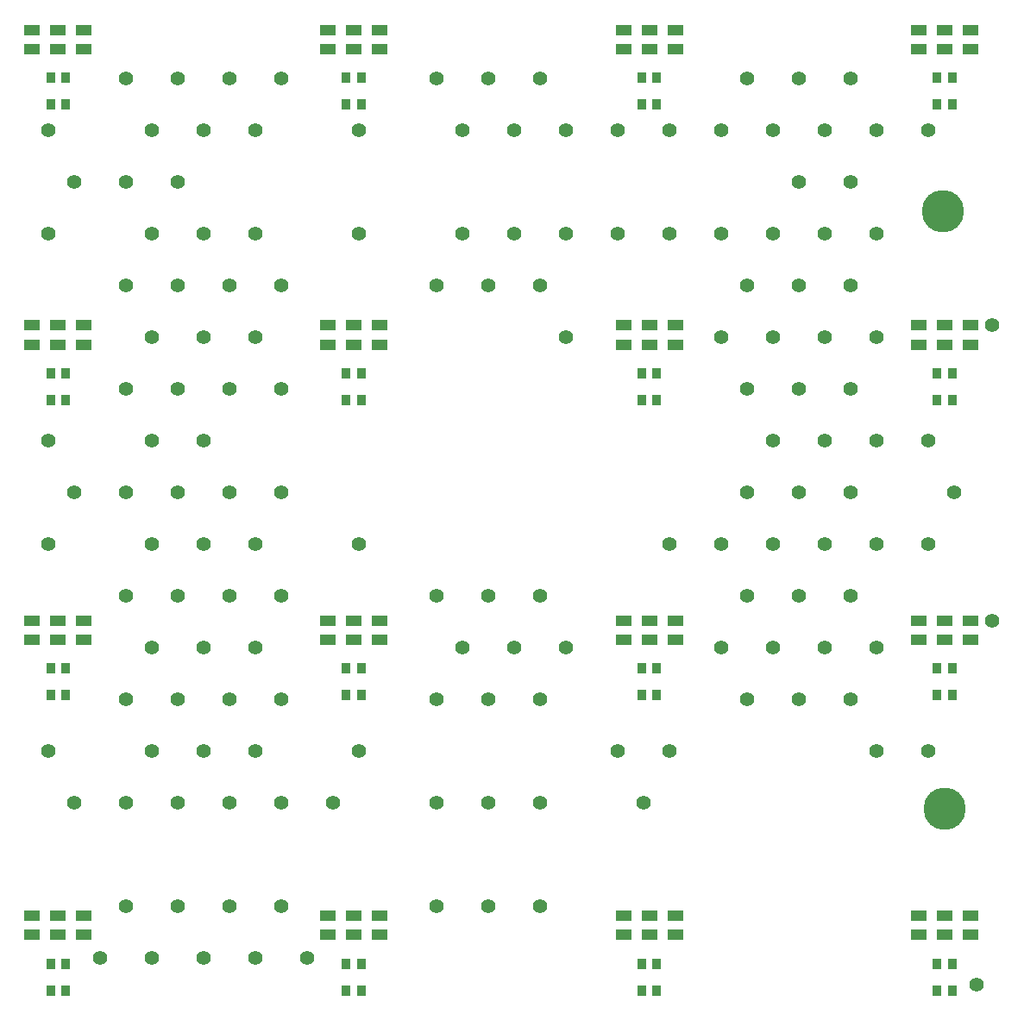
<source format=gbs>
G04*
G04 #@! TF.GenerationSoftware,Altium Limited,Altium Designer,19.1.7 (138)*
G04*
G04 Layer_Color=16711935*
%FSLAX25Y25*%
%MOIN*%
G70*
G01*
G75*
%ADD23R,0.03347X0.03976*%
%ADD24R,0.06024X0.04213*%
%ADD27C,0.16339*%
%ADD28C,0.05591*%
D23*
X20719Y18838D02*
D03*
X26526D02*
D03*
X20719Y8405D02*
D03*
X26526D02*
D03*
X134942Y18838D02*
D03*
X140749D02*
D03*
X134942Y8405D02*
D03*
X140749D02*
D03*
X249115Y18838D02*
D03*
X254922D02*
D03*
X249115Y8405D02*
D03*
X254922D02*
D03*
X363288Y18838D02*
D03*
X369095D02*
D03*
X363288Y8405D02*
D03*
X369095D02*
D03*
X363288Y132962D02*
D03*
X369095D02*
D03*
X363288Y122529D02*
D03*
X369095D02*
D03*
X249115Y132962D02*
D03*
X254922D02*
D03*
X249115Y122529D02*
D03*
X254922D02*
D03*
X134942Y132962D02*
D03*
X140749D02*
D03*
X134942Y122529D02*
D03*
X140749D02*
D03*
X20719Y132962D02*
D03*
X26526D02*
D03*
X20719Y122529D02*
D03*
X26526D02*
D03*
X20719Y247135D02*
D03*
X26526D02*
D03*
X20719Y236702D02*
D03*
X26526D02*
D03*
X134942Y247135D02*
D03*
X140749D02*
D03*
X134942Y236702D02*
D03*
X140749D02*
D03*
X249115Y247135D02*
D03*
X254922D02*
D03*
X249115Y236702D02*
D03*
X254922D02*
D03*
X363288Y247135D02*
D03*
X369095D02*
D03*
X363288Y236702D02*
D03*
X369095D02*
D03*
X363288Y361309D02*
D03*
X369095D02*
D03*
X363288Y350876D02*
D03*
X369095D02*
D03*
X249115Y361309D02*
D03*
X254922D02*
D03*
X249115Y350876D02*
D03*
X254922D02*
D03*
X134942Y361309D02*
D03*
X140749D02*
D03*
X134942Y350876D02*
D03*
X140749D02*
D03*
X20768Y361309D02*
D03*
X26576D02*
D03*
X20768Y350876D02*
D03*
X26576D02*
D03*
D24*
X252128Y151385D02*
D03*
Y143865D02*
D03*
X376192Y258159D02*
D03*
Y265679D02*
D03*
X366192D02*
D03*
Y258159D02*
D03*
X356192Y265679D02*
D03*
Y258159D02*
D03*
X262131D02*
D03*
Y265679D02*
D03*
X252131D02*
D03*
Y258159D02*
D03*
X242131Y265679D02*
D03*
Y258159D02*
D03*
X147958D02*
D03*
Y265679D02*
D03*
X137958D02*
D03*
Y258159D02*
D03*
X127957Y265679D02*
D03*
Y258159D02*
D03*
X13622Y265679D02*
D03*
Y258159D02*
D03*
X23622Y265679D02*
D03*
Y258159D02*
D03*
X13622Y37382D02*
D03*
Y29862D02*
D03*
X23622Y37382D02*
D03*
Y29862D02*
D03*
X33622D02*
D03*
Y37382D02*
D03*
X127957D02*
D03*
Y29862D02*
D03*
X137958Y37382D02*
D03*
Y29862D02*
D03*
X147958D02*
D03*
Y37382D02*
D03*
X242131D02*
D03*
Y29862D02*
D03*
X252131Y37382D02*
D03*
Y29862D02*
D03*
X262131D02*
D03*
Y37382D02*
D03*
X356192D02*
D03*
Y29862D02*
D03*
X366192Y37382D02*
D03*
Y29862D02*
D03*
X376192D02*
D03*
Y37382D02*
D03*
X356192Y151505D02*
D03*
Y143986D02*
D03*
X366192Y151505D02*
D03*
Y143986D02*
D03*
X376192D02*
D03*
Y151505D02*
D03*
X13622D02*
D03*
Y143986D02*
D03*
X23622Y151505D02*
D03*
Y143986D02*
D03*
X33622D02*
D03*
Y151505D02*
D03*
X242131D02*
D03*
Y143986D02*
D03*
X262131D02*
D03*
Y151505D02*
D03*
X127957D02*
D03*
Y143986D02*
D03*
X137958Y151505D02*
D03*
Y143986D02*
D03*
X147958D02*
D03*
Y151505D02*
D03*
X33622Y258159D02*
D03*
Y265679D02*
D03*
X13622Y379852D02*
D03*
Y372332D02*
D03*
X23622Y379852D02*
D03*
Y372332D02*
D03*
X33622D02*
D03*
Y379852D02*
D03*
X127957D02*
D03*
Y372332D02*
D03*
X137958Y379852D02*
D03*
Y372332D02*
D03*
X147958D02*
D03*
Y379852D02*
D03*
X242131D02*
D03*
Y372332D02*
D03*
X252131Y379852D02*
D03*
Y372332D02*
D03*
X262205Y372224D02*
D03*
Y379744D02*
D03*
X356192Y379852D02*
D03*
Y372332D02*
D03*
X366192Y379852D02*
D03*
Y372332D02*
D03*
X376192D02*
D03*
Y379852D02*
D03*
D27*
X365666Y309842D02*
D03*
X366142Y78740D02*
D03*
D28*
X378600Y10700D02*
D03*
X360000Y341000D02*
D03*
Y221000D02*
D03*
X370000Y201000D02*
D03*
X360000Y181000D02*
D03*
Y101000D02*
D03*
X340000Y341000D02*
D03*
Y301000D02*
D03*
Y261000D02*
D03*
Y221000D02*
D03*
Y181000D02*
D03*
Y141000D02*
D03*
Y101000D02*
D03*
X330000Y361000D02*
D03*
X320000Y341000D02*
D03*
X330000Y321000D02*
D03*
X320000Y301000D02*
D03*
X330000Y281000D02*
D03*
X320000Y261000D02*
D03*
X330000Y241000D02*
D03*
X320000Y221000D02*
D03*
X330000Y201000D02*
D03*
X320000Y181000D02*
D03*
X330000Y161000D02*
D03*
X320000Y141000D02*
D03*
X330000Y121000D02*
D03*
X310000Y361000D02*
D03*
X300000Y341000D02*
D03*
X310000Y321000D02*
D03*
X300000Y301000D02*
D03*
X310000Y281000D02*
D03*
X300000Y261000D02*
D03*
X310000Y241000D02*
D03*
X300000Y221000D02*
D03*
X310000Y201000D02*
D03*
X300000Y181000D02*
D03*
X310000Y161000D02*
D03*
X300000Y141000D02*
D03*
X310000Y121000D02*
D03*
X290000Y361000D02*
D03*
X280000Y341000D02*
D03*
Y301000D02*
D03*
X290000Y281000D02*
D03*
X280000Y261000D02*
D03*
X290000Y241000D02*
D03*
Y201000D02*
D03*
X280000Y181000D02*
D03*
X290000Y161000D02*
D03*
X280000Y141000D02*
D03*
X290000Y121000D02*
D03*
X260000Y341000D02*
D03*
Y301000D02*
D03*
Y181000D02*
D03*
Y101000D02*
D03*
X240000Y341000D02*
D03*
Y301000D02*
D03*
Y101000D02*
D03*
X250000Y81000D02*
D03*
X220000Y341000D02*
D03*
Y301000D02*
D03*
Y261000D02*
D03*
Y141000D02*
D03*
X210000Y361000D02*
D03*
X200000Y341000D02*
D03*
Y301000D02*
D03*
X210000Y281000D02*
D03*
Y161000D02*
D03*
X200000Y141000D02*
D03*
X210000Y121000D02*
D03*
Y81000D02*
D03*
Y41000D02*
D03*
X190000Y361000D02*
D03*
X180000Y341000D02*
D03*
Y301000D02*
D03*
X190000Y281000D02*
D03*
Y161000D02*
D03*
X180000Y141000D02*
D03*
X190000Y121000D02*
D03*
Y81000D02*
D03*
Y41000D02*
D03*
X170000Y361000D02*
D03*
Y281000D02*
D03*
Y161000D02*
D03*
Y121000D02*
D03*
Y81000D02*
D03*
Y41000D02*
D03*
X140000Y341000D02*
D03*
Y301000D02*
D03*
Y181000D02*
D03*
Y101000D02*
D03*
X130000Y81000D02*
D03*
X120000Y21000D02*
D03*
X110000Y361000D02*
D03*
X100000Y341000D02*
D03*
Y301000D02*
D03*
X110000Y281000D02*
D03*
X100000Y261000D02*
D03*
X110000Y241000D02*
D03*
Y201000D02*
D03*
X100000Y181000D02*
D03*
X110000Y161000D02*
D03*
X100000Y141000D02*
D03*
X110000Y121000D02*
D03*
X100000Y101000D02*
D03*
X110000Y81000D02*
D03*
Y41000D02*
D03*
X100000Y21000D02*
D03*
X90000Y361000D02*
D03*
X80000Y341000D02*
D03*
Y301000D02*
D03*
X90000Y281000D02*
D03*
X80000Y261000D02*
D03*
X90000Y241000D02*
D03*
X80000Y221000D02*
D03*
X90000Y201000D02*
D03*
X80000Y181000D02*
D03*
X90000Y161000D02*
D03*
X80000Y141000D02*
D03*
X90000Y121000D02*
D03*
X80000Y101000D02*
D03*
X90000Y81000D02*
D03*
Y41000D02*
D03*
X80000Y21000D02*
D03*
X70000Y361000D02*
D03*
X60000Y341000D02*
D03*
X70000Y321000D02*
D03*
X60000Y301000D02*
D03*
X70000Y281000D02*
D03*
X60000Y261000D02*
D03*
X70000Y241000D02*
D03*
X60000Y221000D02*
D03*
X70000Y201000D02*
D03*
X60000Y181000D02*
D03*
X70000Y161000D02*
D03*
X60000Y141000D02*
D03*
X70000Y121000D02*
D03*
X60000Y101000D02*
D03*
X70000Y81000D02*
D03*
Y41000D02*
D03*
X60000Y21000D02*
D03*
X50000Y361000D02*
D03*
Y321000D02*
D03*
Y281000D02*
D03*
Y241000D02*
D03*
Y201000D02*
D03*
Y161000D02*
D03*
Y121000D02*
D03*
Y81000D02*
D03*
Y41000D02*
D03*
X40000Y21000D02*
D03*
X20000Y341000D02*
D03*
X30000Y321000D02*
D03*
X20000Y301000D02*
D03*
Y221000D02*
D03*
X30000Y201000D02*
D03*
X20000Y181000D02*
D03*
Y101000D02*
D03*
X30000Y81000D02*
D03*
X384600Y151505D02*
D03*
Y265679D02*
D03*
M02*

</source>
